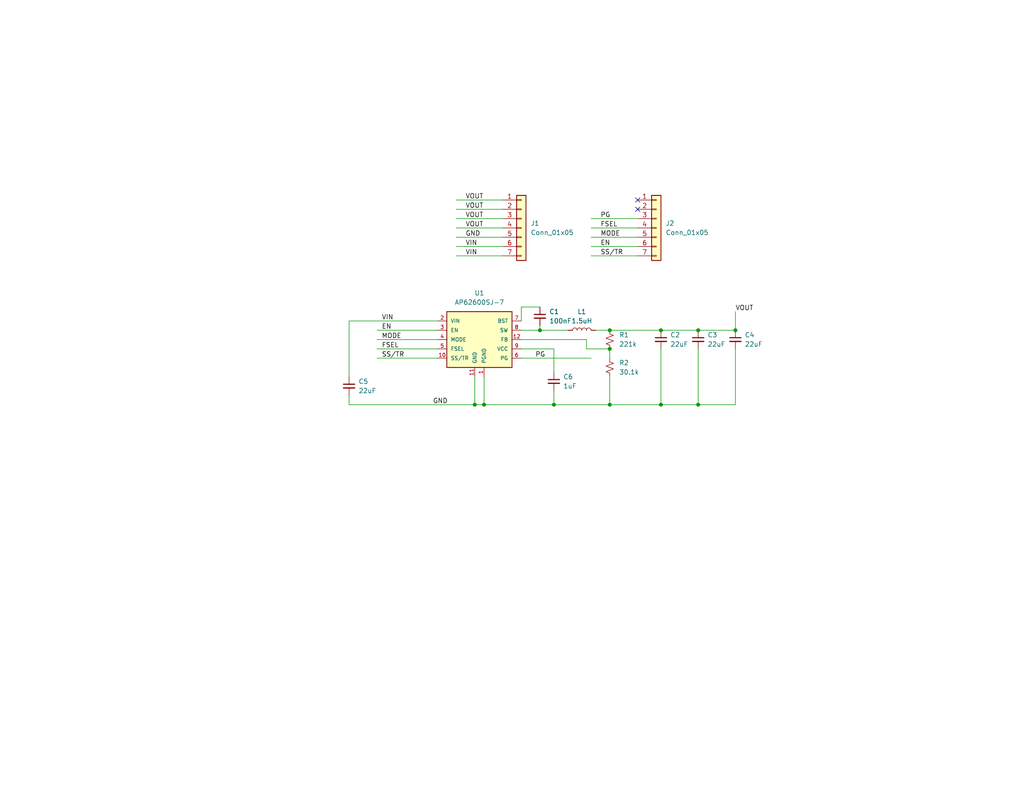
<source format=kicad_sch>
(kicad_sch (version 20230121) (generator eeschema)
  (paper "A")
  (title_block (title "A1 Codec Board"))
  (lib_symbols
    (symbol "Connector_Generic:Conn_01x07" (pin_names (offset 1.016) hide)
      (property "Reference" "J" (at 0 10.16 0))
      (property "Value" "Conn_01x07" (at 0 -10.16 0))
      (symbol "Conn_01x07_1_1"
        (rectangle (start -1.27 -7.493) (end 0 -7.747) (stroke (width 0.1524)))
        (rectangle (start -1.27 -4.953) (end 0 -5.207) (stroke (width 0.1524)))
        (rectangle (start -1.27 -2.413) (end 0 -2.667) (stroke (width 0.1524)))
        (rectangle (start -1.27 0.127) (end 0 -0.127) (stroke (width 0.1524)))
        (rectangle (start -1.27 2.667) (end 0 2.413) (stroke (width 0.1524)))
        (rectangle (start -1.27 5.207) (end 0 4.953) (stroke (width 0.1524)))
        (rectangle (start -1.27 7.747) (end 0 7.493) (stroke (width 0.1524)))
        (rectangle (start -1.27 8.89) (end 1.27 -8.89) (stroke (width 0.254)) (fill (type background)))
        (pin passive line (at -5.08 7.62 0) (length 3.81) (name "Pin_1") (number "1"))
        (pin passive line (at -5.08 5.08 0) (length 3.81) (name "Pin_2") (number "2"))
        (pin passive line (at -5.08 2.54 0) (length 3.81) (name "Pin_3") (number "3"))
        (pin passive line (at -5.08 0 0) (length 3.81) (name "Pin_4") (number "4"))
        (pin passive line (at -5.08 -2.54 0) (length 3.81) (name "Pin_5") (number "5"))
        (pin passive line (at -5.08 -5.08 0) (length 3.81) (name "Pin_6") (number "6"))
        (pin passive line (at -5.08 -7.62 0) (length 3.81) (name "Pin_7") (number "7"))
      )
    )
    (symbol "Device:C_Small" (pin_numbers hide) (pin_names (offset 0.254) hide)
      (property "Reference" "C" (at 0.254 1.778 0))
      (property "Value" "C_Small" (at 0.254 -2.032 0))
      (symbol "C_Small_0_1"
        (polyline (pts (xy -1.524 -0.508) (xy 1.524 -0.508)) (stroke (width 0.3302)))
        (polyline (pts (xy -1.524 0.508) (xy 1.524 0.508)) (stroke (width 0.3048)))
      )
      (symbol "C_Small_1_1"
        (pin passive line (at 0 2.54 270) (length 2.032) (name "~") (number "1"))
        (pin passive line (at 0 -2.54 90) (length 2.032) (name "~") (number "2"))
      )
    )
    (symbol "Device:L" (pin_numbers hide) (pin_names (offset 1.016) hide)
      (property "Reference" "L" (at -1.27 0 90))
      (property "Value" "L" (at 1.905 0 90))
      (symbol "L_0_1"
        (arc (start 0 -2.54) (mid 0.6323 -1.905) (end 0 -1.27))
        (arc (start 0 -1.27) (mid 0.6323 -0.635) (end 0 0))
        (arc (start 0 0) (mid 0.6323 0.635) (end 0 1.27))
        (arc (start 0 1.27) (mid 0.6323 1.905) (end 0 2.54))
      )
      (symbol "L_1_1"
        (pin passive line (at 0 3.81 270) (length 1.27) (name "1") (number "1"))
        (pin passive line (at 0 -3.81 90) (length 1.27) (name "2") (number "2"))
      )
    )
    (symbol "Device:R_Small_US" (pin_numbers hide) (pin_names (offset 0.254) hide)
      (property "Reference" "R" (at 0.762 0.508 0))
      (property "Value" "R_Small_US" (at 0.762 -1.016 0))
      (symbol "R_Small_US_1_1"
        (polyline (pts (xy 0 0) (xy 1.016 -0.381) (xy 0 -0.762) (xy -1.016 -1.143) (xy 0 -1.524)))
        (polyline (pts (xy 0 1.524) (xy 1.016 1.143) (xy 0 0.762) (xy -1.016 0.381) (xy 0 0)))
        (pin passive line (at 0 2.54 270) (length 1.016) (name "~") (number "1"))
        (pin passive line (at 0 -2.54 90) (length 1.016) (name "~") (number "2"))
      )
    )
    (symbol "anachron:AP62600SJ-7" (pin_names (offset 1.016))
      (property "Reference" "U" (at -5.08 12.7 0))
      (property "Value" "AP62600SJ-7" (at -5.08 10.16 0))
      (symbol "AP62600SJ-7_0_0"
        (rectangle (start -5.08 8.89) (end 12.7 -6.35) (stroke (width 0.254)) (fill (type background)))
      )
      (symbol "AP62600SJ-7_1_0"
        (pin power_in line (at 5.08 -8.89 90) (length 2.54) (name "PGND") (number "1"))
        (pin input line (at -7.62 -3.81 0) (length 2.54) (name "SS/TR") (number "10"))
        (pin power_in line (at 2.54 -8.89 90) (length 2.54) (name "GND") (number "11"))
        (pin input line (at 15.24 1.27 180) (length 2.54) (name "FB") (number "12"))
        (pin input line (at -7.62 6.35 0) (length 2.54) (name "VIN") (number "2"))
        (pin input line (at -7.62 3.81 0) (length 2.54) (name "EN") (number "3"))
        (pin input line (at -7.62 1.27 0) (length 2.54) (name "MODE") (number "4"))
        (pin input line (at -7.62 -1.27 0) (length 2.54) (name "FSEL") (number "5"))
        (pin output line (at 15.24 -3.81 180) (length 2.54) (name "PG") (number "6"))
        (pin passive line (at 15.24 6.35 180) (length 2.54) (name "BST") (number "7"))
        (pin output line (at 15.24 3.81 180) (length 2.54) (name "SW") (number "8"))
        (pin power_in line (at 15.24 -1.27 180) (length 2.54) (name "VCC") (number "9"))
      )
    )
  )
  (junction (at 129.54 110.49))
  (junction (at 180.34 90.17))
  (junction (at 147.32 90.17))
  (junction (at 200.66 90.17))
  (junction (at 166.37 110.49))
  (junction (at 180.34 110.49))
  (junction (at 151.13 110.49))
  (junction (at 166.37 90.17))
  (junction (at 190.5 110.49))
  (junction (at 190.5 90.17))
  (junction (at 132.08 110.49))
  (junction (at 166.37 95.25))
  (no_connect (at 173.99 57.15))
  (no_connect (at 173.99 54.61))
  (wire (pts (xy 180.34 95.25) (xy 180.34 110.49)))
  (wire (pts (xy 151.13 101.6) (xy 151.13 95.25)))
  (wire (pts (xy 102.87 95.25) (xy 119.38 95.25)))
  (wire (pts (xy 147.32 88.9) (xy 147.32 90.17)))
  (wire (pts (xy 142.24 95.25) (xy 151.13 95.25)))
  (wire (pts (xy 162.56 90.17) (xy 166.37 90.17)))
  (wire (pts (xy 102.87 90.17) (xy 119.38 90.17)))
  (wire (pts (xy 161.29 59.69) (xy 173.99 59.69)))
  (wire (pts (xy 200.66 95.25) (xy 200.66 110.49)))
  (wire (pts (xy 166.37 110.49) (xy 151.13 110.49)))
  (wire (pts (xy 190.5 90.17) (xy 200.66 90.17)))
  (wire (pts (xy 129.54 110.49) (xy 132.08 110.49)))
  (wire (pts (xy 200.66 110.49) (xy 190.5 110.49)))
  (wire (pts (xy 180.34 90.17) (xy 190.5 90.17)))
  (wire (pts (xy 190.5 110.49) (xy 180.34 110.49)))
  (wire (pts (xy 95.25 102.87) (xy 95.25 87.63)))
  (wire (pts (xy 147.32 83.82) (xy 142.24 83.82)))
  (wire (pts (xy 124.46 69.85) (xy 137.16 69.85)))
  (wire (pts (xy 129.54 102.87) (xy 129.54 110.49)))
  (wire (pts (xy 102.87 97.79) (xy 119.38 97.79)))
  (wire (pts (xy 161.29 69.85) (xy 173.99 69.85)))
  (wire (pts (xy 102.87 92.71) (xy 119.38 92.71)))
  (wire (pts (xy 151.13 106.68) (xy 151.13 110.49)))
  (wire (pts (xy 160.02 92.71) (xy 160.02 95.25)))
  (wire (pts (xy 166.37 90.17) (xy 180.34 90.17)))
  (wire (pts (xy 161.29 67.31) (xy 173.99 67.31)))
  (wire (pts (xy 124.46 64.77) (xy 137.16 64.77)))
  (wire (pts (xy 161.29 62.23) (xy 173.99 62.23)))
  (wire (pts (xy 161.29 64.77) (xy 173.99 64.77)))
  (wire (pts (xy 124.46 67.31) (xy 137.16 67.31)))
  (wire (pts (xy 160.02 95.25) (xy 166.37 95.25)))
  (wire (pts (xy 95.25 87.63) (xy 119.38 87.63)))
  (wire (pts (xy 95.25 110.49) (xy 129.54 110.49)))
  (wire (pts (xy 142.24 92.71) (xy 160.02 92.71)))
  (wire (pts (xy 200.66 85.09) (xy 200.66 90.17)))
  (wire (pts (xy 124.46 62.23) (xy 137.16 62.23)))
  (wire (pts (xy 132.08 110.49) (xy 132.08 102.87)))
  (wire (pts (xy 147.32 90.17) (xy 154.94 90.17)))
  (wire (pts (xy 142.24 90.17) (xy 147.32 90.17)))
  (wire (pts (xy 180.34 110.49) (xy 166.37 110.49)))
  (wire (pts (xy 151.13 110.49) (xy 132.08 110.49)))
  (wire (pts (xy 142.24 83.82) (xy 142.24 87.63)))
  (wire (pts (xy 124.46 59.69) (xy 137.16 59.69)))
  (wire (pts (xy 190.5 95.25) (xy 190.5 110.49)))
  (wire (pts (xy 166.37 95.25) (xy 166.37 97.79)))
  (wire (pts (xy 124.46 57.15) (xy 137.16 57.15)))
  (wire (pts (xy 166.37 102.87) (xy 166.37 110.49)))
  (wire (pts (xy 124.46 54.61) (xy 137.16 54.61)))
  (wire (pts (xy 142.24 97.79) (xy 161.29 97.79)))
  (wire (pts (xy 95.25 107.95) (xy 95.25 110.49)))
  (label "FSEL" (at 163.83 62.23 0))
  (label "EN" (at 104.14 90.17 0))
  (label "VOUT" (at 200.66 85.09 0))
  (label "VIN" (at 104.14 87.63 0))
  (label "GND" (at 118.11 110.49 0))
  (label "GND" (at 127 64.77 0))
  (label "MODE" (at 163.83 64.77 0))
  (label "VOUT" (at 127 62.23 0))
  (label "VOUT" (at 127 57.15 0))
  (label "VIN" (at 127 67.31 0))
  (label "FSEL" (at 104.14 95.25 0))
  (label "EN" (at 163.83 67.31 0))
  (label "VIN" (at 127 69.85 0))
  (label "PG" (at 146.05 97.79 0))
  (label "MODE" (at 104.14 92.71 0))
  (label "VOUT" (at 127 59.69 0))
  (label "VOUT" (at 127 54.61 0))
  (label "SS{slash}TR" (at 104.14 97.79 0))
  (label "SS{slash}TR" (at 163.83 69.85 0))
  (label "PG" (at 163.83 59.69 0))
  (symbol (lib_id "Device:C_Small") (at 147.32 86.36 0) (unit 1)
    (property "Reference" "C1" (at 149.86 85.0963 0) (effects (justify left)))
    (property "Value" "100nF" (at 149.86 87.6363 0) (effects (justify left)))
    (property "Footprint" "Capacitor_SMD:C_0603_1608Metric_Pad1.08x0.95mm_HandSolder" (effects hide))
  )
  (symbol (lib_id "Device:C_Small") (at 151.13 104.14 0) (unit 1)
    (property "Reference" "C6" (at 153.67 102.8763 0) (effects (justify left)))
    (property "Value" "1uF" (at 153.67 105.4163 0) (effects (justify left)))
    (property "Footprint" "Capacitor_SMD:C_0603_1608Metric_Pad1.08x0.95mm_HandSolder" (effects hide))
  )
  (symbol (lib_id "Device:C_Small") (at 180.34 92.71 0) (unit 1)
    (property "Reference" "C2" (at 182.88 91.4463 0) (effects (justify left)))
    (property "Value" "22uF" (at 182.88 93.9863 0) (effects (justify left)))
    (property "Footprint" "Capacitor_SMD:C_1206_3216Metric_Pad1.33x1.80mm_HandSolder" (effects hide))
  )
  (symbol (lib_id "Device:C_Small") (at 190.5 92.71 0) (unit 1)
    (property "Reference" "C3" (at 193.04 91.4463 0) (effects (justify left)))
    (property "Value" "22uF" (at 193.04 93.9863 0) (effects (justify left)))
    (property "Footprint" "Capacitor_SMD:C_1206_3216Metric_Pad1.33x1.80mm_HandSolder" (effects hide))
  )
  (symbol (lib_id "Connector_Generic:Conn_01x07") (at 142.24 62.23 0) (unit 1)
    (property "Reference" "J1" (at 144.78 60.96 0) (effects (justify left)))
    (property "Value" "Conn_01x05" (at 144.78 63.5 0) (effects (justify left)))
    (property "Footprint" "Connector_PinHeader_2.54mm:PinHeader_1x07_P2.54mm_Vertical" (effects hide))
  )
  (symbol (lib_id "Device:R_Small_US") (at 166.37 100.33 0) (unit 1)
    (property "Reference" "R2" (at 168.91 99.06 0) (effects (justify left)))
    (property "Value" "30.1k" (at 168.91 101.6 0) (effects (justify left)))
    (property "Footprint" "Resistor_SMD:R_0603_1608Metric_Pad0.98x0.95mm_HandSolder" (effects hide))
  )
  (symbol (lib_id "anachron:AP62600SJ-7") (at 127 93.98 0) (unit 1)
    (property "Reference" "U1" (at 130.81 80.01 0))
    (property "Value" "AP62600SJ-7" (at 130.81 82.55 0))
    (property "Footprint" "anachron:AP62600SJ-7" (effects hide))
    (property "Datasheet" "https://www.diodes.com/assets/Datasheets/AP62600.pdf" (effects hide))
  )
  (symbol (lib_id "Connector_Generic:Conn_01x07") (at 179.07 62.23 0) (unit 1)
    (property "Reference" "J2" (at 181.61 60.96 0) (effects (justify left)))
    (property "Value" "Conn_01x05" (at 181.61 63.5 0) (effects (justify left)))
    (property "Footprint" "Connector_PinHeader_2.54mm:PinHeader_1x07_P2.54mm_Vertical" (effects hide))
  )
  (symbol (lib_id "Device:R_Small_US") (at 166.37 92.71 0) (unit 1)
    (property "Reference" "R1" (at 168.91 91.44 0) (effects (justify left)))
    (property "Value" "221k" (at 168.91 93.98 0) (effects (justify left)))
    (property "Footprint" "Resistor_SMD:R_0603_1608Metric_Pad0.98x0.95mm_HandSolder" (effects hide))
  )
  (symbol (lib_id "Device:L") (at 158.75 90.17 90) (unit 1)
    (property "Reference" "L1" (at 158.75 85.09 90))
    (property "Value" "1.5uH" (at 158.75 87.63 90))
    (property "Footprint" "anachron:HPC6045" (effects hide))
  )
  (symbol (lib_id "Device:C_Small") (at 200.66 92.71 0) (unit 1)
    (property "Reference" "C4" (at 203.2 91.4463 0) (effects (justify left)))
    (property "Value" "22uF" (at 203.2 93.9863 0) (effects (justify left)))
    (property "Footprint" "Capacitor_SMD:C_1206_3216Metric_Pad1.33x1.80mm_HandSolder" (effects hide))
  )
  (symbol (lib_id "Device:C_Small") (at 95.25 105.41 0) (unit 1)
    (property "Reference" "C5" (at 97.79 104.1463 0) (effects (justify left)))
    (property "Value" "22uF" (at 97.79 106.6863 0) (effects (justify left)))
    (property "Footprint" "Capacitor_SMD:C_1206_3216Metric_Pad1.33x1.80mm_HandSolder" (effects hide))
  )
)
</source>
